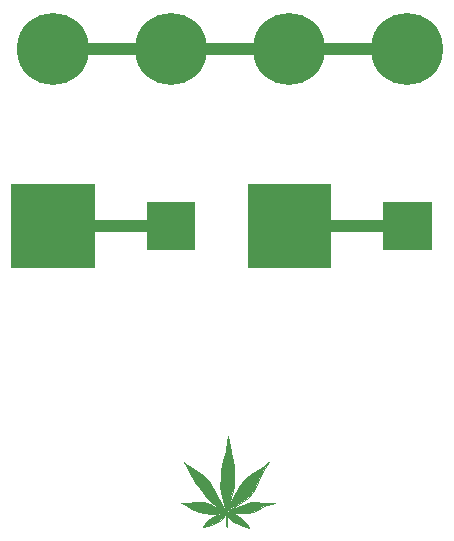
<source format=gbr>
G04 #@! TF.GenerationSoftware,KiCad,Pcbnew,(5.1.5-0)*
G04 #@! TF.CreationDate,2021-01-12T22:56:50-08:00*
G04 #@! TF.ProjectId,trackydacks,74726163-6b79-4646-9163-6b732e6b6963,rev?*
G04 #@! TF.SameCoordinates,Original*
G04 #@! TF.FileFunction,Copper,L1,Top*
G04 #@! TF.FilePolarity,Positive*
%FSLAX46Y46*%
G04 Gerber Fmt 4.6, Leading zero omitted, Abs format (unit mm)*
G04 Created by KiCad (PCBNEW (5.1.5-0)) date 2021-01-12 22:56:50*
%MOMM*%
%LPD*%
G04 APERTURE LIST*
%ADD10C,0.100000*%
%ADD11C,1.000000*%
%ADD12C,3.100000*%
%ADD13C,6.100000*%
G04 APERTURE END LIST*
D10*
G36*
X137250000Y-1500000D02*
G01*
X133250000Y-1500000D01*
X133250000Y2500000D01*
X137250000Y2500000D01*
X137250000Y-1500000D01*
G37*
X137250000Y-1500000D02*
X133250000Y-1500000D01*
X133250000Y2500000D01*
X137250000Y2500000D01*
X137250000Y-1500000D01*
D11*
X125750000Y500000D02*
X135250000Y500000D01*
D10*
G36*
X128750000Y-3000000D02*
G01*
X121750000Y-3000000D01*
X121750000Y4000000D01*
X128750000Y4000000D01*
X128750000Y-3000000D01*
G37*
X128750000Y-3000000D02*
X121750000Y-3000000D01*
X121750000Y4000000D01*
X128750000Y4000000D01*
X128750000Y-3000000D01*
G36*
X108750000Y-3000000D02*
G01*
X101750000Y-3000000D01*
X101750000Y4000000D01*
X108750000Y4000000D01*
X108750000Y-3000000D01*
G37*
X108750000Y-3000000D02*
X101750000Y-3000000D01*
X101750000Y4000000D01*
X108750000Y4000000D01*
X108750000Y-3000000D01*
D11*
X105250000Y500000D02*
X115250000Y500000D01*
D10*
G36*
X117250000Y-1500000D02*
G01*
X113250000Y-1500000D01*
X113250000Y2500000D01*
X117250000Y2500000D01*
X117250000Y-1500000D01*
G37*
X117250000Y-1500000D02*
X113250000Y-1500000D01*
X113250000Y2500000D01*
X117250000Y2500000D01*
X117250000Y-1500000D01*
D11*
X135250000Y15500000D02*
X105250000Y15500000D01*
D10*
G36*
X116596400Y-19724900D02*
G01*
X116913900Y-19966200D01*
X117479050Y-20283700D01*
X118075950Y-20715500D01*
X118450600Y-21096500D01*
X118850650Y-21661650D01*
X119447550Y-22842750D01*
X119746000Y-23407900D01*
X119758700Y-23420600D01*
X119428500Y-23446000D01*
X119326900Y-23395200D01*
X118971300Y-23147550D01*
X118564900Y-22779250D01*
X118234700Y-22430000D01*
X117879100Y-21998200D01*
X117599700Y-21579100D01*
X117409200Y-21325100D01*
X117155200Y-20867900D01*
X116901200Y-20499600D01*
X116659900Y-20080500D01*
X116380500Y-19521700D01*
X116596400Y-19724900D01*
G37*
X116596400Y-19724900D02*
X116913900Y-19966200D01*
X117479050Y-20283700D01*
X118075950Y-20715500D01*
X118450600Y-21096500D01*
X118850650Y-21661650D01*
X119447550Y-22842750D01*
X119746000Y-23407900D01*
X119758700Y-23420600D01*
X119428500Y-23446000D01*
X119326900Y-23395200D01*
X118971300Y-23147550D01*
X118564900Y-22779250D01*
X118234700Y-22430000D01*
X117879100Y-21998200D01*
X117599700Y-21579100D01*
X117409200Y-21325100D01*
X117155200Y-20867900D01*
X116901200Y-20499600D01*
X116659900Y-20080500D01*
X116380500Y-19521700D01*
X116596400Y-19724900D01*
G36*
X118002925Y-22903075D02*
G01*
X118339475Y-22998325D01*
X118603000Y-23090400D01*
X119301500Y-23496800D01*
X119331980Y-23524740D01*
X119339600Y-23509500D01*
X119339600Y-23522200D01*
X119331980Y-23524740D01*
X119250700Y-23687300D01*
X119644400Y-23827000D01*
X119434850Y-23852400D01*
X119041150Y-23877800D01*
X118564900Y-23877800D01*
X118120400Y-23814300D01*
X117637800Y-23700000D01*
X117244100Y-23585700D01*
X116837700Y-23357100D01*
X116520200Y-23128500D01*
X116113800Y-23001500D01*
X116761500Y-22950700D01*
X117294900Y-22912600D01*
X117758450Y-22906250D01*
X118002925Y-22903075D01*
G37*
X118002925Y-22903075D02*
X118339475Y-22998325D01*
X118603000Y-23090400D01*
X119301500Y-23496800D01*
X119331980Y-23524740D01*
X119339600Y-23509500D01*
X119339600Y-23522200D01*
X119331980Y-23524740D01*
X119250700Y-23687300D01*
X119644400Y-23827000D01*
X119434850Y-23852400D01*
X119041150Y-23877800D01*
X118564900Y-23877800D01*
X118120400Y-23814300D01*
X117637800Y-23700000D01*
X117244100Y-23585700D01*
X116837700Y-23357100D01*
X116520200Y-23128500D01*
X116113800Y-23001500D01*
X116761500Y-22950700D01*
X117294900Y-22912600D01*
X117758450Y-22906250D01*
X118002925Y-22903075D01*
G36*
X119866650Y-23966700D02*
G01*
X119498350Y-24398500D01*
X119060200Y-24671550D01*
X118679200Y-24811250D01*
X117929900Y-24976350D01*
X118412500Y-24449300D01*
X118806200Y-24182600D01*
X119174500Y-23979400D01*
X119644400Y-23903200D01*
X119669800Y-23903200D01*
X119866650Y-23966700D01*
G37*
X119866650Y-23966700D02*
X119498350Y-24398500D01*
X119060200Y-24671550D01*
X118679200Y-24811250D01*
X117929900Y-24976350D01*
X118412500Y-24449300D01*
X118806200Y-24182600D01*
X119174500Y-23979400D01*
X119644400Y-23903200D01*
X119669800Y-23903200D01*
X119866650Y-23966700D01*
G36*
X120000000Y-23484100D02*
G01*
X119788862Y-23677775D01*
X120007937Y-23773025D01*
X120758825Y-24315950D01*
X120577850Y-24411200D01*
X120000000Y-23954000D01*
X120012700Y-25046200D01*
X119898400Y-24906500D01*
X119892050Y-24017500D01*
X119936500Y-24017500D01*
X119555500Y-23801600D01*
X119269750Y-23649200D01*
X119434850Y-23369800D01*
X120000000Y-23484100D01*
G37*
X120000000Y-23484100D02*
X119788862Y-23677775D01*
X120007937Y-23773025D01*
X120758825Y-24315950D01*
X120577850Y-24411200D01*
X120000000Y-23954000D01*
X120012700Y-25046200D01*
X119898400Y-24906500D01*
X119892050Y-24017500D01*
X119936500Y-24017500D01*
X119555500Y-23801600D01*
X119269750Y-23649200D01*
X119434850Y-23369800D01*
X120000000Y-23484100D01*
G36*
X120641350Y-23941300D02*
G01*
X121193800Y-24220700D01*
X121520825Y-24547725D01*
X121655763Y-24777913D01*
X121887538Y-25047788D01*
X121581150Y-24963650D01*
X121327150Y-24887450D01*
X121149350Y-24823950D01*
X120774700Y-24690600D01*
X120415925Y-24496925D01*
X120155575Y-24211175D01*
X120031750Y-24049250D01*
X120095250Y-24087350D01*
X120069850Y-24023850D01*
X120133350Y-23852400D01*
X120641350Y-23941300D01*
G37*
X120641350Y-23941300D02*
X121193800Y-24220700D01*
X121520825Y-24547725D01*
X121655763Y-24777913D01*
X121887538Y-25047788D01*
X121581150Y-24963650D01*
X121327150Y-24887450D01*
X121149350Y-24823950D01*
X120774700Y-24690600D01*
X120415925Y-24496925D01*
X120155575Y-24211175D01*
X120031750Y-24049250D01*
X120095250Y-24087350D01*
X120069850Y-24023850D01*
X120133350Y-23852400D01*
X120641350Y-23941300D01*
G36*
X123073400Y-22938000D02*
G01*
X123505200Y-22963400D01*
X124083207Y-22973943D01*
X123403600Y-23128500D01*
X122971800Y-23319000D01*
X122628900Y-23534900D01*
X122209800Y-23700000D01*
X121676400Y-23788900D01*
X121231900Y-23814300D01*
X120654050Y-23795250D01*
X120076200Y-23776200D01*
X120012700Y-23700000D01*
X120228600Y-23636500D01*
X120235585Y-23585700D01*
X120551815Y-23458700D01*
X121085850Y-23230100D01*
X121638300Y-23026900D01*
X122032000Y-22912600D01*
X122476500Y-22912600D01*
X123073400Y-22938000D01*
G37*
X123073400Y-22938000D02*
X123505200Y-22963400D01*
X124083207Y-22973943D01*
X123403600Y-23128500D01*
X122971800Y-23319000D01*
X122628900Y-23534900D01*
X122209800Y-23700000D01*
X121676400Y-23788900D01*
X121231900Y-23814300D01*
X120654050Y-23795250D01*
X120076200Y-23776200D01*
X120012700Y-23700000D01*
X120228600Y-23636500D01*
X120235585Y-23585700D01*
X120551815Y-23458700D01*
X121085850Y-23230100D01*
X121638300Y-23026900D01*
X122032000Y-22912600D01*
X122476500Y-22912600D01*
X123073400Y-22938000D01*
G36*
X123060700Y-20283700D02*
G01*
X122819400Y-20779000D01*
X122616200Y-21236200D01*
X122355850Y-21756900D01*
X122082800Y-22112500D01*
X121771650Y-22525250D01*
X121301750Y-22918950D01*
X120800100Y-23255500D01*
X119695200Y-23852400D01*
X119720600Y-23522200D01*
X120025400Y-23471400D01*
X120273050Y-23033250D01*
X120488950Y-22569700D01*
X120654050Y-22239500D01*
X120838200Y-21947400D01*
X121003300Y-21629900D01*
X121282700Y-21274300D01*
X121562100Y-20956800D01*
X121892300Y-20664700D01*
X122235200Y-20436100D01*
X122616200Y-20182100D01*
X123009900Y-19915400D01*
X123543300Y-19521700D01*
X123060700Y-20283700D01*
G37*
X123060700Y-20283700D02*
X122819400Y-20779000D01*
X122616200Y-21236200D01*
X122355850Y-21756900D01*
X122082800Y-22112500D01*
X121771650Y-22525250D01*
X121301750Y-22918950D01*
X120800100Y-23255500D01*
X119695200Y-23852400D01*
X119720600Y-23522200D01*
X120025400Y-23471400D01*
X120273050Y-23033250D01*
X120488950Y-22569700D01*
X120654050Y-22239500D01*
X120838200Y-21947400D01*
X121003300Y-21629900D01*
X121282700Y-21274300D01*
X121562100Y-20956800D01*
X121892300Y-20664700D01*
X122235200Y-20436100D01*
X122616200Y-20182100D01*
X123009900Y-19915400D01*
X123543300Y-19521700D01*
X123060700Y-20283700D01*
G36*
X120215900Y-18150100D02*
G01*
X120317500Y-18632700D01*
X120431800Y-19089900D01*
X120514350Y-19420100D01*
X120577850Y-19801100D01*
X120622300Y-20321800D01*
X120622300Y-20855200D01*
X120571500Y-21439400D01*
X120508000Y-21960100D01*
X120365125Y-22455400D01*
X120066675Y-23471400D01*
X119853950Y-23420600D01*
X119619000Y-22506200D01*
X119445962Y-21642600D01*
X119461837Y-20855200D01*
X119514225Y-20194800D01*
X119676150Y-19420100D01*
X119911100Y-18607300D01*
X120038100Y-17832600D01*
X120101600Y-17311900D01*
X120215900Y-18150100D01*
G37*
X120215900Y-18150100D02*
X120317500Y-18632700D01*
X120431800Y-19089900D01*
X120514350Y-19420100D01*
X120577850Y-19801100D01*
X120622300Y-20321800D01*
X120622300Y-20855200D01*
X120571500Y-21439400D01*
X120508000Y-21960100D01*
X120365125Y-22455400D01*
X120066675Y-23471400D01*
X119853950Y-23420600D01*
X119619000Y-22506200D01*
X119445962Y-21642600D01*
X119461837Y-20855200D01*
X119514225Y-20194800D01*
X119676150Y-19420100D01*
X119911100Y-18607300D01*
X120038100Y-17832600D01*
X120101600Y-17311900D01*
X120215900Y-18150100D01*
D12*
X135250000Y500000D03*
X115250000Y500000D03*
D13*
X105250000Y500000D03*
X125250000Y500000D03*
X105250000Y15500000D03*
X115250000Y15500000D03*
X125250000Y15500000D03*
X135250000Y15500000D03*
M02*

</source>
